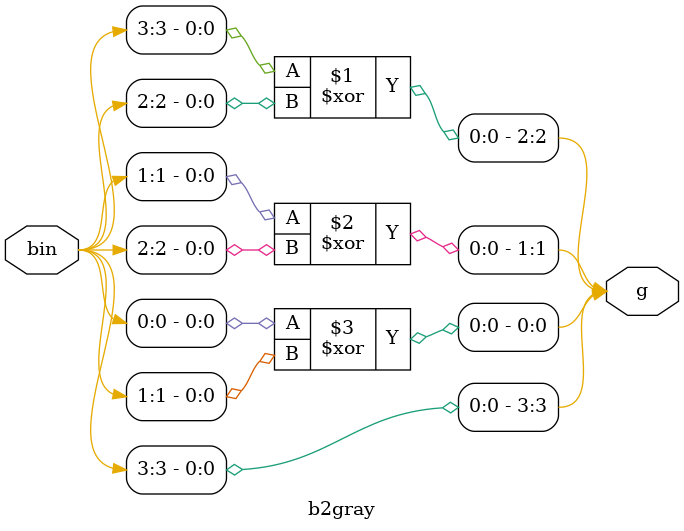
<source format=v>
module b2gray(input [3:0] bin, output [3:0] g);
  assign g[3] = bin[3];
  xor x1(g[2], bin[3], bin[2]);
  xor x2(g[1], bin[1], bin[2]);
  xor x3(g[0], bin[0], bin[1]);
endmodule


</source>
